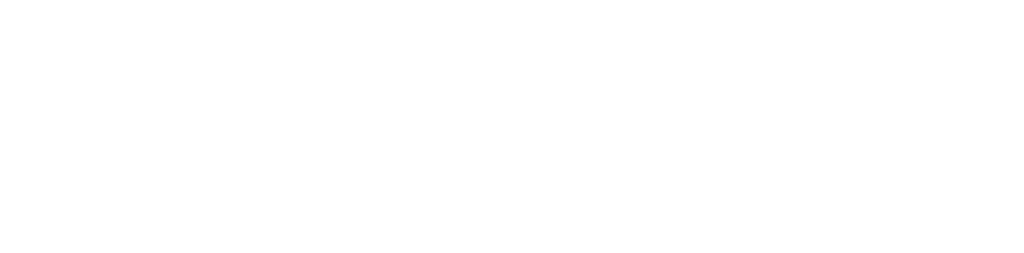
<source format=gbp>
*%FSLAX23Y23*%
*%MOIN*%
G01*
D19*
X8627Y8466D02*
D03*
X6877Y8467D02*
D03*
X7755Y8464D02*
D03*
D44*
X8627Y8091D02*
D03*
X8677D02*
D03*
X8727D02*
D03*
X8777D02*
D03*
X8827D02*
D03*
X8877D02*
D03*
X8927D02*
D03*
X8977D02*
D03*
Y8466D02*
D03*
X8927D02*
D03*
X8877D02*
D03*
X8827D02*
D03*
X8777D02*
D03*
X8727D02*
D03*
X8677D02*
D03*
X6877Y8092D02*
D03*
X6927D02*
D03*
X6977D02*
D03*
X7027D02*
D03*
X7077D02*
D03*
X7127D02*
D03*
X7177D02*
D03*
X7227D02*
D03*
Y8467D02*
D03*
X7177D02*
D03*
X7127D02*
D03*
X7077D02*
D03*
X7027D02*
D03*
X6977D02*
D03*
X6927D02*
D03*
X7755Y8089D02*
D03*
X7805D02*
D03*
X7855D02*
D03*
X7905D02*
D03*
X7955D02*
D03*
X8005D02*
D03*
X8055D02*
D03*
X8105D02*
D03*
Y8464D02*
D03*
X8055D02*
D03*
X8005D02*
D03*
X7955D02*
D03*
X7905D02*
D03*
X7855D02*
D03*
X7805D02*
D03*
D48*
X8094Y7908D02*
D03*
X8019D02*
D03*
D49*
X8056Y7988D02*
D03*
D54*
X9103Y7879D02*
D03*
X9003D02*
D03*
X8005Y7829D02*
D03*
X8105D02*
D03*
X6377Y8029D02*
D03*
X6277D02*
D03*
X6174D02*
D03*
X6074D02*
D03*
D55*
X6137Y7888D02*
D03*
Y7749D02*
D03*
D61*
X8299Y8140D02*
D03*
Y8040D02*
D03*
X8499Y8240D02*
D03*
Y8340D02*
D03*
X8399D02*
D03*
Y8240D02*
D03*
X8299D02*
D03*
Y8340D02*
D03*
X6317Y7780D02*
D03*
Y7880D02*
D03*
X7909Y7830D02*
D03*
Y7930D02*
D03*
X7809D02*
D03*
Y7830D02*
D03*
X7649D02*
D03*
Y7930D02*
D03*
X7449D02*
D03*
Y7830D02*
D03*
D63*
X9330Y8423D02*
D03*
Y8383D02*
D03*
Y8344D02*
D03*
Y8305D02*
D03*
Y8265D02*
D03*
Y8226D02*
D03*
Y8186D02*
D03*
Y8147D02*
D03*
Y8108D02*
D03*
Y8068D02*
D03*
Y8029D02*
D03*
Y7990D02*
D03*
Y7950D02*
D03*
Y7911D02*
D03*
Y7871D02*
D03*
Y8462D02*
D03*
D65*
X9424Y8578D02*
D03*
Y7756D02*
D03*
M02*

</source>
